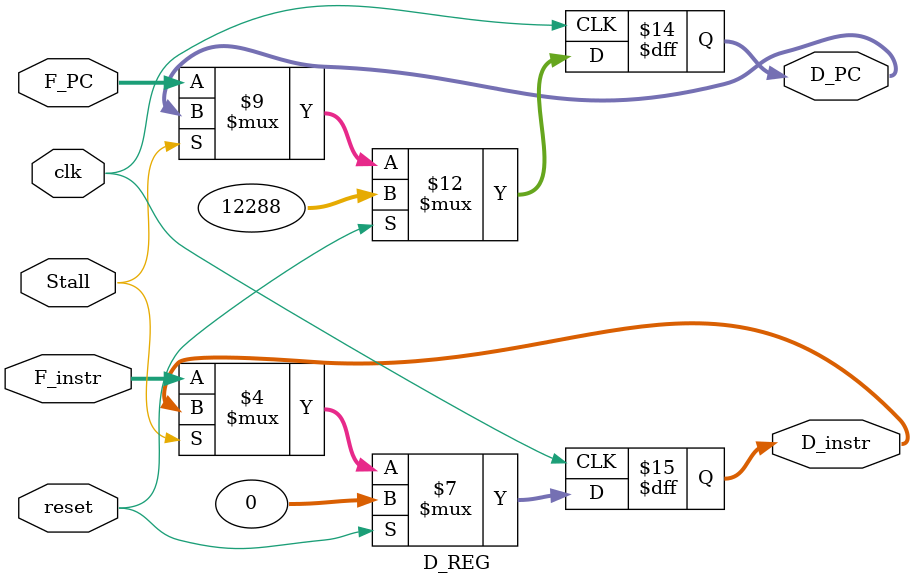
<source format=v>
`timescale 1ns / 1ps
module D_REG(
	 input clk,
	 input reset,
	 input Stall,
    input [31:0] F_PC,
    input [31:0] F_instr,
    output reg [31:0] D_PC,
    output reg [31:0] D_instr
    );
	 initial begin
		D_PC = 32'h00003000;
		D_instr = 32'h00000000;
	 end
	 always@(posedge clk) begin
		if (reset) begin
			D_PC <= 32'h00003000;
			D_instr <= 32'h00000000;
		end
		else begin
			if (Stall != 1'b1) begin
				D_PC <= F_PC;
				D_instr <= F_instr;
			end
			else begin
			end
		end
	 end
	

endmodule

</source>
